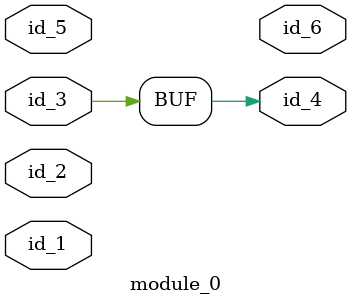
<source format=v>
module module_0 (
    id_1,
    id_2,
    id_3,
    id_4,
    id_5,
    id_6
);
  output wire id_6;
  input wire id_5;
  output wire id_4;
  input wire id_3;
  input wire id_2;
  input wire id_1;
  assign id_4 = id_3;
  wire id_7;
endmodule
module module_1 (
    id_1,
    id_2,
    id_3
);
  output wire id_3;
  output wire id_2;
  output wire id_1;
  wire id_4, id_6 = id_5;
  wire id_7, id_8, id_9, id_10;
  wire id_11;
  module_0 modCall_1 (
      id_11,
      id_6,
      id_4,
      id_9,
      id_4,
      id_6
  );
endmodule

</source>
